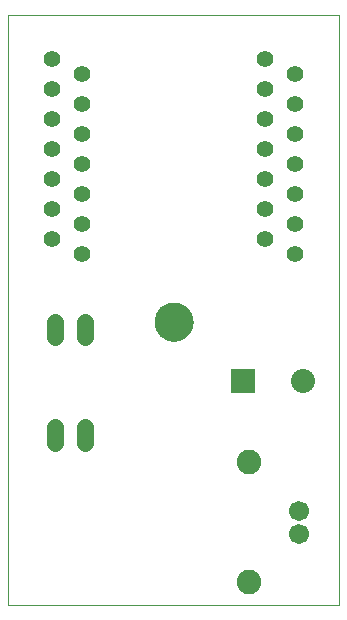
<source format=gbs>
G75*
%MOIN*%
%OFA0B0*%
%FSLAX25Y25*%
%IPPOS*%
%LPD*%
%AMOC8*
5,1,8,0,0,1.08239X$1,22.5*
%
%ADD10C,0.00000*%
%ADD11C,0.12998*%
%ADD12C,0.08200*%
%ADD13C,0.06699*%
%ADD14C,0.05600*%
%ADD15C,0.05600*%
%ADD16C,0.08000*%
%ADD17R,0.08000X0.08000*%
D10*
X0030852Y0001008D02*
X0030852Y0197858D01*
X0141088Y0197858D01*
X0141088Y0001008D01*
X0030852Y0001008D01*
X0079671Y0095496D02*
X0079673Y0095654D01*
X0079679Y0095812D01*
X0079689Y0095970D01*
X0079703Y0096128D01*
X0079721Y0096285D01*
X0079742Y0096442D01*
X0079768Y0096598D01*
X0079798Y0096754D01*
X0079831Y0096909D01*
X0079869Y0097062D01*
X0079910Y0097215D01*
X0079955Y0097367D01*
X0080004Y0097518D01*
X0080057Y0097667D01*
X0080113Y0097815D01*
X0080173Y0097961D01*
X0080237Y0098106D01*
X0080305Y0098249D01*
X0080376Y0098391D01*
X0080450Y0098531D01*
X0080528Y0098668D01*
X0080610Y0098804D01*
X0080694Y0098938D01*
X0080783Y0099069D01*
X0080874Y0099198D01*
X0080969Y0099325D01*
X0081066Y0099450D01*
X0081167Y0099572D01*
X0081271Y0099691D01*
X0081378Y0099808D01*
X0081488Y0099922D01*
X0081601Y0100033D01*
X0081716Y0100142D01*
X0081834Y0100247D01*
X0081955Y0100349D01*
X0082078Y0100449D01*
X0082204Y0100545D01*
X0082332Y0100638D01*
X0082462Y0100728D01*
X0082595Y0100814D01*
X0082730Y0100898D01*
X0082866Y0100977D01*
X0083005Y0101054D01*
X0083146Y0101126D01*
X0083288Y0101196D01*
X0083432Y0101261D01*
X0083578Y0101323D01*
X0083725Y0101381D01*
X0083874Y0101436D01*
X0084024Y0101487D01*
X0084175Y0101534D01*
X0084327Y0101577D01*
X0084480Y0101616D01*
X0084635Y0101652D01*
X0084790Y0101683D01*
X0084946Y0101711D01*
X0085102Y0101735D01*
X0085259Y0101755D01*
X0085417Y0101771D01*
X0085574Y0101783D01*
X0085733Y0101791D01*
X0085891Y0101795D01*
X0086049Y0101795D01*
X0086207Y0101791D01*
X0086366Y0101783D01*
X0086523Y0101771D01*
X0086681Y0101755D01*
X0086838Y0101735D01*
X0086994Y0101711D01*
X0087150Y0101683D01*
X0087305Y0101652D01*
X0087460Y0101616D01*
X0087613Y0101577D01*
X0087765Y0101534D01*
X0087916Y0101487D01*
X0088066Y0101436D01*
X0088215Y0101381D01*
X0088362Y0101323D01*
X0088508Y0101261D01*
X0088652Y0101196D01*
X0088794Y0101126D01*
X0088935Y0101054D01*
X0089074Y0100977D01*
X0089210Y0100898D01*
X0089345Y0100814D01*
X0089478Y0100728D01*
X0089608Y0100638D01*
X0089736Y0100545D01*
X0089862Y0100449D01*
X0089985Y0100349D01*
X0090106Y0100247D01*
X0090224Y0100142D01*
X0090339Y0100033D01*
X0090452Y0099922D01*
X0090562Y0099808D01*
X0090669Y0099691D01*
X0090773Y0099572D01*
X0090874Y0099450D01*
X0090971Y0099325D01*
X0091066Y0099198D01*
X0091157Y0099069D01*
X0091246Y0098938D01*
X0091330Y0098804D01*
X0091412Y0098668D01*
X0091490Y0098531D01*
X0091564Y0098391D01*
X0091635Y0098249D01*
X0091703Y0098106D01*
X0091767Y0097961D01*
X0091827Y0097815D01*
X0091883Y0097667D01*
X0091936Y0097518D01*
X0091985Y0097367D01*
X0092030Y0097215D01*
X0092071Y0097062D01*
X0092109Y0096909D01*
X0092142Y0096754D01*
X0092172Y0096598D01*
X0092198Y0096442D01*
X0092219Y0096285D01*
X0092237Y0096128D01*
X0092251Y0095970D01*
X0092261Y0095812D01*
X0092267Y0095654D01*
X0092269Y0095496D01*
X0092267Y0095338D01*
X0092261Y0095180D01*
X0092251Y0095022D01*
X0092237Y0094864D01*
X0092219Y0094707D01*
X0092198Y0094550D01*
X0092172Y0094394D01*
X0092142Y0094238D01*
X0092109Y0094083D01*
X0092071Y0093930D01*
X0092030Y0093777D01*
X0091985Y0093625D01*
X0091936Y0093474D01*
X0091883Y0093325D01*
X0091827Y0093177D01*
X0091767Y0093031D01*
X0091703Y0092886D01*
X0091635Y0092743D01*
X0091564Y0092601D01*
X0091490Y0092461D01*
X0091412Y0092324D01*
X0091330Y0092188D01*
X0091246Y0092054D01*
X0091157Y0091923D01*
X0091066Y0091794D01*
X0090971Y0091667D01*
X0090874Y0091542D01*
X0090773Y0091420D01*
X0090669Y0091301D01*
X0090562Y0091184D01*
X0090452Y0091070D01*
X0090339Y0090959D01*
X0090224Y0090850D01*
X0090106Y0090745D01*
X0089985Y0090643D01*
X0089862Y0090543D01*
X0089736Y0090447D01*
X0089608Y0090354D01*
X0089478Y0090264D01*
X0089345Y0090178D01*
X0089210Y0090094D01*
X0089074Y0090015D01*
X0088935Y0089938D01*
X0088794Y0089866D01*
X0088652Y0089796D01*
X0088508Y0089731D01*
X0088362Y0089669D01*
X0088215Y0089611D01*
X0088066Y0089556D01*
X0087916Y0089505D01*
X0087765Y0089458D01*
X0087613Y0089415D01*
X0087460Y0089376D01*
X0087305Y0089340D01*
X0087150Y0089309D01*
X0086994Y0089281D01*
X0086838Y0089257D01*
X0086681Y0089237D01*
X0086523Y0089221D01*
X0086366Y0089209D01*
X0086207Y0089201D01*
X0086049Y0089197D01*
X0085891Y0089197D01*
X0085733Y0089201D01*
X0085574Y0089209D01*
X0085417Y0089221D01*
X0085259Y0089237D01*
X0085102Y0089257D01*
X0084946Y0089281D01*
X0084790Y0089309D01*
X0084635Y0089340D01*
X0084480Y0089376D01*
X0084327Y0089415D01*
X0084175Y0089458D01*
X0084024Y0089505D01*
X0083874Y0089556D01*
X0083725Y0089611D01*
X0083578Y0089669D01*
X0083432Y0089731D01*
X0083288Y0089796D01*
X0083146Y0089866D01*
X0083005Y0089938D01*
X0082866Y0090015D01*
X0082730Y0090094D01*
X0082595Y0090178D01*
X0082462Y0090264D01*
X0082332Y0090354D01*
X0082204Y0090447D01*
X0082078Y0090543D01*
X0081955Y0090643D01*
X0081834Y0090745D01*
X0081716Y0090850D01*
X0081601Y0090959D01*
X0081488Y0091070D01*
X0081378Y0091184D01*
X0081271Y0091301D01*
X0081167Y0091420D01*
X0081066Y0091542D01*
X0080969Y0091667D01*
X0080874Y0091794D01*
X0080783Y0091923D01*
X0080694Y0092054D01*
X0080610Y0092188D01*
X0080528Y0092324D01*
X0080450Y0092461D01*
X0080376Y0092601D01*
X0080305Y0092743D01*
X0080237Y0092886D01*
X0080173Y0093031D01*
X0080113Y0093177D01*
X0080057Y0093325D01*
X0080004Y0093474D01*
X0079955Y0093625D01*
X0079910Y0093777D01*
X0079869Y0093930D01*
X0079831Y0094083D01*
X0079798Y0094238D01*
X0079768Y0094394D01*
X0079742Y0094550D01*
X0079721Y0094707D01*
X0079703Y0094864D01*
X0079689Y0095022D01*
X0079679Y0095180D01*
X0079673Y0095338D01*
X0079671Y0095496D01*
D11*
X0085970Y0095496D03*
D12*
X0111127Y0048626D03*
X0111127Y0008626D03*
D13*
X0127683Y0024610D03*
X0127683Y0032484D03*
D14*
X0126403Y0118114D03*
X0126403Y0128114D03*
X0126403Y0138114D03*
X0126403Y0148114D03*
X0126403Y0158114D03*
X0126403Y0168114D03*
X0126403Y0178114D03*
X0116403Y0173114D03*
X0116403Y0163114D03*
X0116403Y0153114D03*
X0116403Y0143114D03*
X0116403Y0133114D03*
X0116403Y0123114D03*
X0116403Y0183114D03*
X0055537Y0178114D03*
X0055537Y0168114D03*
X0055537Y0158114D03*
X0055537Y0148114D03*
X0055537Y0138114D03*
X0055537Y0128114D03*
X0055537Y0118114D03*
X0045537Y0123114D03*
X0045537Y0133114D03*
X0045537Y0143114D03*
X0045537Y0153114D03*
X0045537Y0163114D03*
X0045537Y0173114D03*
X0045537Y0183114D03*
D15*
X0046521Y0095519D02*
X0046521Y0090319D01*
X0056521Y0090319D02*
X0056521Y0095519D01*
X0056521Y0060319D02*
X0056521Y0055119D01*
X0046521Y0055119D02*
X0046521Y0060319D01*
D16*
X0128942Y0075811D03*
D17*
X0108942Y0075811D03*
M02*

</source>
